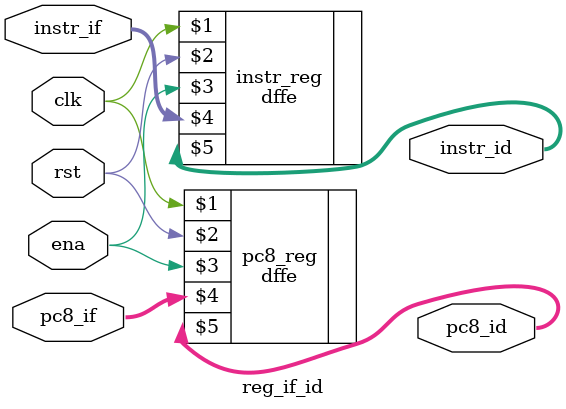
<source format=v>
`timescale 1ns / 1ps
module reg_if_id(
			input clk,
			input rst,
			input ena,
			input [31:0] pc8_if,
			input [31:0] instr_if,
			output[31:0] pc8_id,
			output[31:0] instr_id
    );

dffe #(32) pc8_reg(clk, rst, ena, pc8_if, pc8_id);
dffe #(32) instr_reg(clk, rst, ena, instr_if, instr_id);
endmodule

</source>
